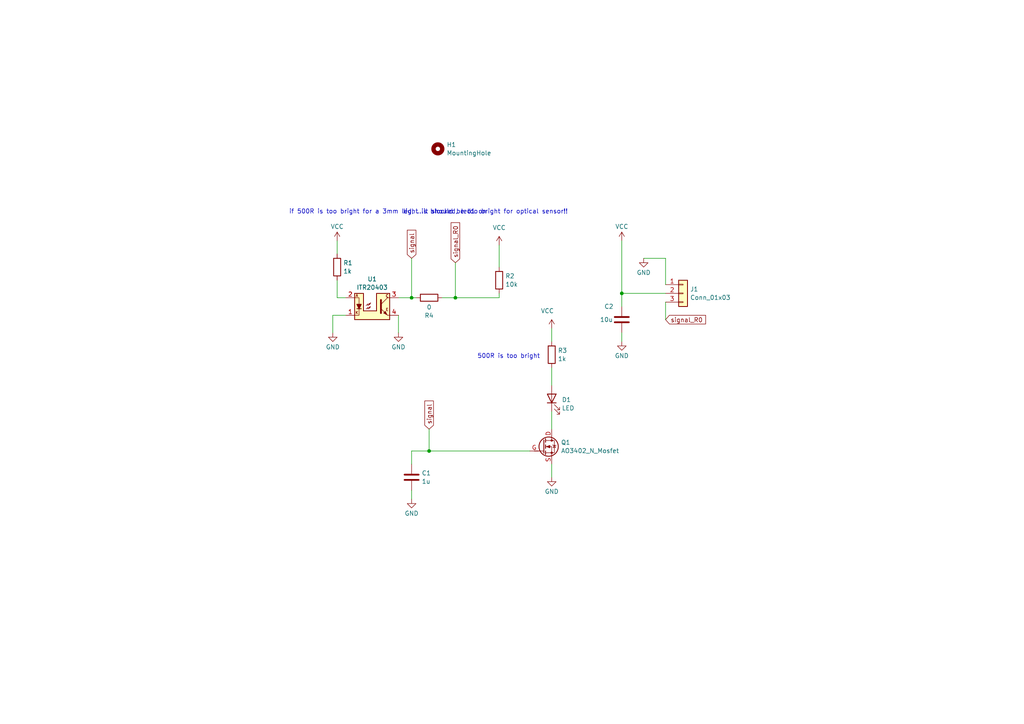
<source format=kicad_sch>
(kicad_sch (version 20230121) (generator eeschema)
  (paper "A4")
  (lib_symbols
    (symbol "Connector_Generic:Conn_01x03" (pin_names (offset 1.016) hide)
      (property "Reference" "J" (at 0 5.08 0))
      (property "Value" "Conn_01x03" (at 0 -5.08 0))
      (symbol "Conn_01x03_1_1"
        (rectangle (start -1.27 -2.413) (end 0 -2.667) (stroke (width 0.1524)))
        (rectangle (start -1.27 0.127) (end 0 -0.127) (stroke (width 0.1524)))
        (rectangle (start -1.27 2.667) (end 0 2.413) (stroke (width 0.1524)))
        (rectangle (start -1.27 3.81) (end 1.27 -3.81) (stroke (width 0.254)) (fill (type background)))
        (pin passive line (at -5.08 2.54 0) (length 3.81) (name "Pin_1") (number "1"))
        (pin passive line (at -5.08 0 0) (length 3.81) (name "Pin_2") (number "2"))
        (pin passive line (at -5.08 -2.54 0) (length 3.81) (name "Pin_3") (number "3"))
      )
    )
    (symbol "Device:C" (pin_numbers hide) (pin_names (offset 0.254))
      (property "Reference" "C" (at 0.635 2.54 0))
      (property "Value" "C" (at 0.635 -2.54 0))
      (symbol "C_0_1"
        (polyline (pts (xy -2.032 -0.762) (xy 2.032 -0.762)) (stroke (width 0.508)))
        (polyline (pts (xy -2.032 0.762) (xy 2.032 0.762)) (stroke (width 0.508)))
      )
      (symbol "C_1_1"
        (pin passive line (at 0 3.81 270) (length 2.794) (name "~") (number "1"))
        (pin passive line (at 0 -3.81 90) (length 2.794) (name "~") (number "2"))
      )
    )
    (symbol "Device:LED" (pin_numbers hide) (pin_names (offset 1.016) hide)
      (property "Reference" "D1" (at -0.3754 -2.921 90))
      (property "Value" "LED" (at -2.7996 -2.921 90))
      (symbol "LED_0_1"
        (polyline (pts (xy -1.27 -1.27) (xy -1.27 1.27)) (stroke (width 0.254)))
        (polyline (pts (xy -1.27 0) (xy 1.27 0)))
        (polyline (pts (xy 1.27 -1.27) (xy 1.27 1.27) (xy -1.27 0) (xy 1.27 -1.27)) (stroke (width 0.254)))
        (polyline (pts (xy -3.048 -0.762) (xy -4.572 -2.286) (xy -3.81 -2.286) (xy -4.572 -2.286) (xy -4.572 -1.524)))
        (polyline (pts (xy -1.778 -0.762) (xy -3.302 -2.286) (xy -2.54 -2.286) (xy -3.302 -2.286) (xy -3.302 -1.524)))
      )
      (symbol "LED_1_1"
        (pin passive line (at 3.81 0 180) (length 2.54) (name "A") (number "A"))
        (pin passive line (at -3.81 0 0) (length 2.54) (name "K") (number "K"))
      )
    )
    (symbol "Device:R" (pin_numbers hide) (pin_names (offset 0))
      (property "Reference" "R" (at 2.032 0 90))
      (property "Value" "R" (at 0 0 90))
      (symbol "R_0_1"
        (rectangle (start -1.016 -2.54) (end 1.016 2.54) (stroke (width 0.254)))
      )
      (symbol "R_1_1"
        (pin passive line (at 0 3.81 270) (length 1.27) (name "~") (number "1"))
        (pin passive line (at 0 -3.81 90) (length 1.27) (name "~") (number "2"))
      )
    )
    (symbol "Mechanical:MountingHole" (pin_names (offset 1.016))
      (property "Reference" "H" (at 0 5.08 0))
      (property "Value" "MountingHole" (at 0 3.175 0))
      (symbol "MountingHole_0_1"
        (circle (center 0 0) (radius 1.27) (stroke (width 1.27)))
      )
    )
    (symbol "mySymbolLibrary:AO3402_N_Mosfet" (pin_names hide)
      (property "Reference" "Q" (at 5.08 1.905 0))
      (property "Value" "AO3402_N_Mosfet" (at 5.08 0 0))
      (symbol "AO3402_N_Mosfet_0_1"
        (polyline (pts (xy 0.254 -1.27) (xy -2.54 -1.27)))
        (polyline (pts (xy 0.254 1.905) (xy 0.254 -1.905)) (stroke (width 0.254)))
        (polyline (pts (xy 0.762 -1.27) (xy 0.762 -2.286)) (stroke (width 0.254)))
        (polyline (pts (xy 0.762 0.508) (xy 0.762 -0.508)) (stroke (width 0.254)))
        (polyline (pts (xy 0.762 2.286) (xy 0.762 1.27)) (stroke (width 0.254)))
        (polyline (pts (xy 2.54 2.54) (xy 2.54 1.778)))
        (polyline (pts (xy 2.54 -2.54) (xy 2.54 0) (xy 0.762 0)))
        (polyline (pts (xy 0.762 -1.778) (xy 3.302 -1.778) (xy 3.302 1.778) (xy 0.762 1.778)))
        (polyline (pts (xy 1.016 0) (xy 2.032 0.381) (xy 2.032 -0.381) (xy 1.016 0)) (fill (type outline)))
        (polyline (pts (xy 2.794 0.508) (xy 2.921 0.381) (xy 3.683 0.381) (xy 3.81 0.254)))
        (polyline (pts (xy 3.302 0.381) (xy 2.921 -0.254) (xy 3.683 -0.254) (xy 3.302 0.381)))
        (circle (center 1.651 0) (radius 2.794) (stroke (width 0.254)))
        (circle (center 2.54 -1.778) (radius 0.254) (fill (type outline)))
        (circle (center 2.54 1.778) (radius 0.254) (fill (type outline)))
      )
      (symbol "AO3402_N_Mosfet_1_1"
        (pin passive line (at 2.54 5.08 270) (length 2.54) (name "D") (number "D"))
        (pin input line (at -3.81 -1.27 0) (length 2.54) (name "G") (number "G"))
        (pin passive line (at 2.54 -5.08 90) (length 2.54) (name "S") (number "S"))
      )
    )
    (symbol "mySymbolLibrary:ITR20403"
      (property "Reference" "U1" (at 0 7.9543 0))
      (property "Value" "ITR20403" (at 0 5.5301 0))
      (symbol "ITR20403_0_0"
        (text "A" (at -4.445 3.175 0) (effects (font (size 0.762 0.762))))
        (text "E" (at 4.318 -0.889 0) (effects (font (size 0.762 0.762))))
        (text "K" (at -4.445 -1.778 0) (effects (font (size 0.762 0.762))))
      )
      (symbol "ITR20403_0_1"
        (polyline (pts (xy -4.445 -0.635) (xy -3.175 -0.635)) (stroke (width 0.254)))
        (polyline (pts (xy 2.54 -0.635) (xy 4.445 -2.54)))
        (polyline (pts (xy 4.445 -2.54) (xy 5.08 -2.54)))
        (polyline (pts (xy 4.445 2.54) (xy 2.54 0.635)) (fill (type outline)))
        (polyline (pts (xy 4.445 2.54) (xy 5.08 2.54)))
        (polyline (pts (xy -5.08 -2.54) (xy -3.81 -2.54) (xy -3.81 -0.635)))
        (polyline (pts (xy -5.08 2.54) (xy -3.81 2.54) (xy -3.81 0.635)))
        (polyline (pts (xy 2.54 -1.905) (xy 2.54 1.905) (xy 2.54 1.905)) (stroke (width 0.508)))
        (polyline (pts (xy -3.81 -0.635) (xy -4.445 0.635) (xy -3.175 0.635) (xy -3.81 -0.635)) (stroke (width 0.254)) (fill (type outline)))
        (polyline (pts (xy -1.778 0.254) (xy -1.2446 0.762) (xy -1.2446 0.254) (xy -0.4826 1.016)))
        (polyline (pts (xy -0.4826 1.016) (xy -0.9906 0.762) (xy -0.7366 0.508) (xy -0.4826 1.016)))
        (polyline (pts (xy 3.81 -1.397) (xy 3.302 -1.905) (xy 4.318 -2.413) (xy 3.81 -1.397) (xy 3.81 -1.397)) (fill (type outline)))
        (polyline (pts (xy -1.778 -0.762) (xy -1.2446 -0.254) (xy -1.2446 -0.762) (xy -0.4826 0) (xy -0.9906 -0.254) (xy -0.7366 -0.508) (xy -0.4826 0)))
        (polyline (pts (xy -5.08 3.81) (xy -5.08 -3.81) (xy 5.08 -3.81) (xy 5.08 3.81) (xy 1.27 3.81) (xy 1.27 -1.27) (xy -2.54 -1.27) (xy -2.54 3.81) (xy -5.08 3.81)) (stroke (width 0.254)) (fill (type background)))
      )
      (symbol "ITR20403_1_0"
        (text "C" (at 4.318 3.048 0) (effects (font (size 0.762 0.762))))
      )
      (symbol "ITR20403_1_1"
        (pin passive line (at -7.62 -2.54 0) (length 2.54) (name "~") (number "1"))
        (pin passive line (at -7.62 2.54 0) (length 2.54) (name "~") (number "2"))
        (pin open_collector line (at 7.62 2.54 180) (length 2.54) (name "~") (number "3"))
        (pin open_emitter line (at 7.62 -2.54 180) (length 2.54) (name "~") (number "4"))
      )
    )
    (symbol "power:GND" (power) (pin_names (offset 0))
      (property "Value" "GND" (at 0 -3.81 0))
      (symbol "GND_0_1"
        (polyline (pts (xy 0 0) (xy 0 -1.27) (xy 1.27 -1.27) (xy 0 -2.54) (xy -1.27 -1.27) (xy 0 -1.27)))
      )
      (symbol "GND_1_1"
        (pin power_in line (at 0 0 270) (length 0) hide (name "GND") (number "1"))
      )
    )
    (symbol "power:VCC" (power) (pin_names (offset 0))
      (property "Value" "VCC" (at 0 3.81 0))
      (symbol "VCC_0_1"
        (polyline (pts (xy -0.762 1.27) (xy 0 2.54)))
        (polyline (pts (xy 0 0) (xy 0 2.54)))
        (polyline (pts (xy 0 2.54) (xy 0.762 1.27)))
      )
      (symbol "VCC_1_1"
        (pin power_in line (at 0 0 90) (length 0) hide (name "VCC") (number "1"))
      )
    )
  )
  (junction (at 124.46 130.81))
  (junction (at 180.34 85.09))
  (junction (at 119.38 86.36))
  (junction (at 132.08 86.36))
  (wire (pts (xy 160.02 95.25) (xy 160.02 99.06)))
  (wire (pts (xy 97.79 69.85) (xy 97.79 73.66)))
  (wire (pts (xy 193.04 74.93) (xy 193.04 82.55)))
  (wire (pts (xy 144.78 86.36) (xy 144.78 85.09)))
  (wire (pts (xy 119.38 130.81) (xy 119.38 134.62)))
  (wire (pts (xy 193.04 87.63) (xy 193.04 92.71)))
  (wire (pts (xy 124.46 124.46) (xy 124.46 130.81)))
  (wire (pts (xy 160.02 106.68) (xy 160.02 111.76)))
  (wire (pts (xy 180.34 85.09) (xy 180.34 88.9)))
  (wire (pts (xy 160.02 134.62) (xy 160.02 138.43)))
  (wire (pts (xy 180.34 96.52) (xy 180.34 99.06)))
  (wire (pts (xy 115.57 86.36) (xy 119.38 86.36)))
  (wire (pts (xy 96.52 91.44) (xy 100.33 91.44)))
  (wire (pts (xy 132.08 86.36) (xy 144.78 86.36)))
  (wire (pts (xy 97.79 86.36) (xy 97.79 81.28)))
  (wire (pts (xy 124.46 130.81) (xy 153.67 130.81)))
  (wire (pts (xy 100.33 86.36) (xy 97.79 86.36)))
  (wire (pts (xy 120.65 86.36) (xy 119.38 86.36)))
  (wire (pts (xy 132.08 76.2) (xy 132.08 86.36)))
  (wire (pts (xy 180.34 85.09) (xy 180.34 69.85)))
  (wire (pts (xy 119.38 74.93) (xy 119.38 86.36)))
  (wire (pts (xy 132.08 86.36) (xy 128.27 86.36)))
  (wire (pts (xy 115.57 96.52) (xy 115.57 91.44)))
  (wire (pts (xy 180.34 85.09) (xy 193.04 85.09)))
  (wire (pts (xy 119.38 142.24) (xy 119.38 144.78)))
  (wire (pts (xy 160.02 119.38) (xy 160.02 124.46)))
  (wire (pts (xy 186.69 74.93) (xy 193.04 74.93)))
  (wire (pts (xy 96.52 91.44) (xy 96.52 96.52)))
  (wire (pts (xy 144.78 71.12) (xy 144.78 77.47)))
  (wire (pts (xy 119.38 130.81) (xy 124.46 130.81)))
  (text "if 500R is too bright for a 3mm led, ...it should be too bright for optical sensor!!" (at 83.82 62.23 0) (effects (font (size 1.27 1.27)) (justify left bottom)))
  (text "light is blocked, led1 on" (at 116.84 62.23 0) (effects (font (size 1.27 1.27)) (justify left bottom)))
  (text "500R is too bright" (at 138.43 104.14 0) (effects (font (size 1.27 1.27)) (justify left bottom)))
  (global_label "signal" (shape input) (at 119.38 74.93 90) (property "Intersheetrefs" "${INTERSHEET_REFS}" (effects hide)))
  (global_label "signal" (shape input) (at 124.46 124.46 90) (property "Intersheetrefs" "${INTERSHEET_REFS}" (effects hide)))
  (global_label "signal_R0" (shape input) (at 193.04 92.71 0) (property "Intersheetrefs" "${INTERSHEET_REFS}" (effects hide)))
  (global_label "signal_R0" (shape input) (at 132.08 76.2 90) (property "Intersheetrefs" "${INTERSHEET_REFS}" (effects hide)))
  (symbol (lib_id "power:VCC") (at 144.78 71.12 0) (unit 1)
    (property "Reference" "#PWR03" (effects hide))
    (property "Value" "VCC" (at 144.78 66.04 0))
  )
  (symbol (lib_id "Connector_Generic:Conn_01x03") (at 198.12 85.09 0) (unit 1)
    (property "Reference" "J1" (at 200.152 83.8779 0) (effects (justify left)))
    (property "Value" "Conn_01x03" (at 200.152 86.3021 0) (effects (justify left)))
    (property "Footprint" "myFootPrintLib:PinHeader_1x03_P2.54mm_Vertical" (effects hide))
  )
  (symbol (lib_id "power:GND") (at 180.34 99.06 0) (unit 1)
    (property "Reference" "#PWR010" (effects hide))
    (property "Value" "GND" (at 180.34 103.1931 0))
  )
  (symbol (lib_id "Device:R") (at 97.79 77.47 0) (unit 1)
    (property "Reference" "R1" (at 99.568 76.2579 0) (effects (justify left)))
    (property "Value" "1k" (at 99.568 78.6821 0) (effects (justify left)))
    (property "Footprint" "myFootPrintLib:R_0805_2012Metric_Pad1.20x1.50mm_HandSolder" (effects hide))
  )
  (symbol (lib_id "power:GND") (at 186.69 74.93 0) (unit 1)
    (property "Reference" "#PWR05" (effects hide))
    (property "Value" "GND" (at 186.69 79.0631 0))
  )
  (symbol (lib_id "power:GND") (at 119.38 144.78 0) (unit 1)
    (property "Reference" "#PWR09" (effects hide))
    (property "Value" "GND" (at 119.38 148.9131 0))
  )
  (symbol (lib_id "Device:R") (at 144.78 81.28 180) (unit 1)
    (property "Reference" "R2" (at 146.558 80.0679 0) (effects (justify right)))
    (property "Value" "10k" (at 146.558 82.4921 0) (effects (justify right)))
    (property "Footprint" "myFootPrintLib:R_0805_2012Metric_Pad1.20x1.50mm_HandSolder" (effects hide))
  )
  (symbol (lib_id "Device:R") (at 124.46 86.36 90) (unit 1)
    (property "Reference" "R4" (at 124.46 91.5203 90))
    (property "Value" "0" (at 124.46 89.0961 90))
    (property "Footprint" "myFootPrintLib:R_1206_3216Metric_Pad1.33x1.80mm_HandSolder" (effects hide))
  )
  (symbol (lib_id "Device:R") (at 160.02 102.87 180) (unit 1)
    (property "Reference" "R3" (at 161.798 101.6579 0) (effects (justify right)))
    (property "Value" "1k" (at 161.798 104.0821 0) (effects (justify right)))
    (property "Footprint" "myFootPrintLib:R_0805_2012Metric_Pad1.20x1.50mm_HandSolder" (effects hide))
  )
  (symbol (lib_id "power:GND") (at 96.52 96.52 0) (unit 1)
    (property "Reference" "#PWR01" (effects hide))
    (property "Value" "GND" (at 96.52 100.6531 0))
  )
  (symbol (lib_id "power:GND") (at 115.57 96.52 0) (unit 1)
    (property "Reference" "#PWR04" (effects hide))
    (property "Value" "GND" (at 115.57 100.6531 0))
  )
  (symbol (lib_id "power:GND") (at 160.02 138.43 0) (unit 1)
    (property "Reference" "#PWR08" (effects hide))
    (property "Value" "GND" (at 160.02 142.5631 0))
  )
  (symbol (lib_id "Device:LED") (at 160.02 115.57 90) (unit 1)
    (property "Reference" "D1" (at 162.941 115.9454 90) (effects (justify right)))
    (property "Value" "LED" (at 162.941 118.3696 90) (effects (justify right)))
    (property "Footprint" "myFootPrintLib:LED_D3.0mm" (effects hide))
  )
  (symbol (lib_id "mySymbolLibrary:AO3402_N_Mosfet") (at 157.48 129.54 0) (unit 1)
    (property "Reference" "Q1" (at 162.687 128.3279 0) (effects (justify left)))
    (property "Value" "AO3402_N_Mosfet" (at 162.687 130.7521 0) (effects (justify left)))
    (property "Footprint" "myFootPrintLib:SOT-23_PMOSFET" (effects hide))
  )
  (symbol (lib_id "mySymbolLibrary:ITR20403") (at 107.95 88.9 0) (unit 1)
    (property "Reference" "U1" (at 107.95 80.9457 0))
    (property "Value" "ITR20403" (at 107.95 83.3699 0))
    (property "Footprint" "myFootPrintLib:Optical_ITR20403" (effects hide))
    (property "Datasheet" "https://everlighteurope.com/index.php?controller=attachment?id_attachment=5394" (effects hide))
  )
  (symbol (lib_id "Mechanical:MountingHole") (at 127 43.18 0) (unit 1)
    (property "Reference" "H1" (at 129.54 41.9679 0) (effects (justify left)))
    (property "Value" "MountingHole" (at 129.54 44.3921 0) (effects (justify left)))
    (property "Footprint" "myFootPrintLib:MountingHole_2.1mm" (effects hide))
  )
  (symbol (lib_id "power:VCC") (at 160.02 95.25 0) (unit 1)
    (property "Reference" "#PWR07" (effects hide))
    (property "Value" "VCC" (at 158.75 90.17 0))
  )
  (symbol (lib_id "power:VCC") (at 97.79 69.85 0) (unit 1)
    (property "Reference" "#PWR02" (effects hide))
    (property "Value" "VCC" (at 97.79 65.7169 0))
  )
  (symbol (lib_id "Device:C") (at 180.34 92.71 0) (unit 1)
    (property "Reference" "C2" (at 175.26 88.9 0) (effects (justify left)))
    (property "Value" "10u" (at 173.99 92.71 0) (effects (justify left)))
    (property "Footprint" "myFootPrintLib:C_0805_2012Metric_Pad1.20x1.50mm_HandSolder" (effects hide))
  )
  (symbol (lib_id "power:VCC") (at 180.34 69.85 0) (unit 1)
    (property "Reference" "#PWR06" (effects hide))
    (property "Value" "VCC" (at 180.34 65.7169 0))
  )
  (symbol (lib_id "Device:C") (at 119.38 138.43 0) (unit 1)
    (property "Reference" "C1" (at 122.301 137.2179 0) (effects (justify left)))
    (property "Value" "1u" (at 122.301 139.6421 0) (effects (justify left)))
    (property "Footprint" "myFootPrintLib:C_0805_2012Metric_Pad1.20x1.50mm_HandSolder" (effects hide))
  )
)
</source>
